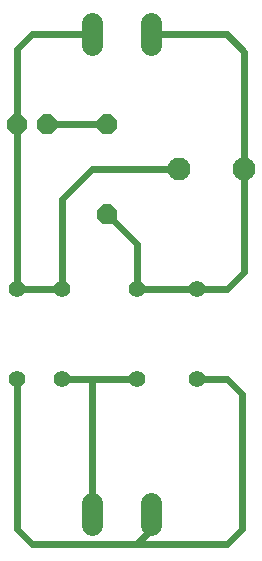
<source format=gbr>
G04 EAGLE Gerber RS-274X export*
G75*
%MOMM*%
%FSLAX34Y34*%
%LPD*%
%INBottom Copper*%
%IPPOS*%
%AMOC8*
5,1,8,0,0,1.08239X$1,22.5*%
G01*
%ADD10C,1.950000*%
%ADD11C,1.408000*%
%ADD12P,1.814519X8X202.500000*%
%ADD13P,1.814519X8X292.500000*%
%ADD14C,1.790700*%
%ADD15C,0.609600*%


D10*
X256100Y355600D03*
X201100Y355600D03*
D11*
X215900Y177800D03*
X215900Y254000D03*
X165100Y177800D03*
X165100Y254000D03*
X101600Y254000D03*
X101600Y177800D03*
X63500Y254000D03*
X63500Y177800D03*
D12*
X88900Y393700D03*
X63500Y393700D03*
D13*
X139700Y393700D03*
X139700Y317500D03*
D14*
X127400Y460947D02*
X127400Y478854D01*
X177400Y478854D02*
X177400Y460947D01*
X177400Y72454D02*
X177400Y54547D01*
X127400Y54547D02*
X127400Y72454D01*
D15*
X63500Y50800D02*
X63500Y177800D01*
X63500Y50800D02*
X76200Y38100D01*
X165100Y38100D01*
X177400Y50400D01*
X177400Y63500D01*
X215900Y177800D02*
X241300Y177800D01*
X254000Y165100D01*
X254000Y50800D01*
X241300Y38100D01*
X165100Y38100D01*
X127400Y63500D02*
X127000Y63900D01*
X127000Y177800D01*
X101600Y177800D01*
X165100Y177800D01*
X165100Y292100D02*
X139700Y317500D01*
X165100Y292100D02*
X165100Y254000D01*
X215900Y254000D01*
X241300Y469900D02*
X177400Y469900D01*
X215900Y254000D02*
X241300Y254000D01*
X256100Y268800D01*
X256100Y355600D01*
X256100Y455100D02*
X241300Y469900D01*
X256100Y455100D02*
X256100Y355600D01*
X63500Y393700D02*
X63500Y457200D01*
X76200Y469900D02*
X127400Y469900D01*
X63500Y393700D02*
X63500Y254000D01*
X101600Y254000D01*
X101600Y330200D01*
X127000Y355600D01*
X201100Y355600D01*
X76200Y469900D02*
X63500Y457200D01*
X88900Y393700D02*
X139700Y393700D01*
M02*

</source>
